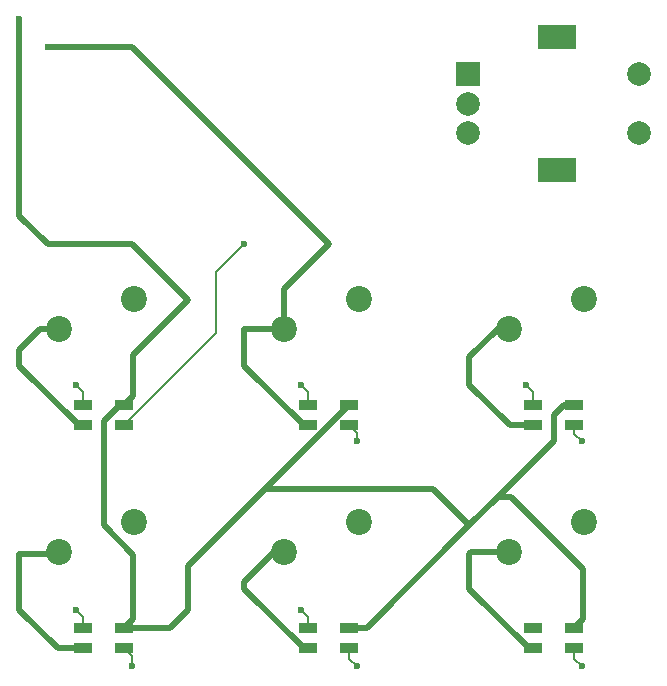
<source format=gbr>
%TF.GenerationSoftware,KiCad,Pcbnew,9.0.6*%
%TF.CreationDate,2026-01-03T09:42:58+01:00*%
%TF.ProjectId,Macropad,4d616372-6f70-4616-942e-6b696361645f,rev?*%
%TF.SameCoordinates,Original*%
%TF.FileFunction,Copper,L1,Top*%
%TF.FilePolarity,Positive*%
%FSLAX46Y46*%
G04 Gerber Fmt 4.6, Leading zero omitted, Abs format (unit mm)*
G04 Created by KiCad (PCBNEW 9.0.6) date 2026-01-03 09:42:58*
%MOMM*%
%LPD*%
G01*
G04 APERTURE LIST*
%TA.AperFunction,ComponentPad*%
%ADD10C,2.200000*%
%TD*%
%TA.AperFunction,SMDPad,CuDef*%
%ADD11R,1.600000X0.850000*%
%TD*%
%TA.AperFunction,ComponentPad*%
%ADD12R,2.000000X2.000000*%
%TD*%
%TA.AperFunction,ComponentPad*%
%ADD13C,2.000000*%
%TD*%
%TA.AperFunction,ComponentPad*%
%ADD14R,3.200000X2.000000*%
%TD*%
%TA.AperFunction,ViaPad*%
%ADD15C,0.600000*%
%TD*%
%TA.AperFunction,Conductor*%
%ADD16C,0.500000*%
%TD*%
%TA.AperFunction,Conductor*%
%ADD17C,0.200000*%
%TD*%
G04 APERTURE END LIST*
D10*
%TO.P,SW3,1,1*%
%TO.N,Net-(U1-GPIO3{slash}MOSI)*%
X178752500Y-83185000D03*
%TO.P,SW3,2,2*%
%TO.N,GND*%
X172402500Y-85725000D03*
%TD*%
D11*
%TO.P,D3,1,DOUT*%
%TO.N,Net-(D3-DOUT)*%
X174462500Y-92152500D03*
%TO.P,D3,2,VSS*%
%TO.N,GND*%
X174462500Y-93902500D03*
%TO.P,D3,3,DIN*%
%TO.N,Net-(D2-DOUT)*%
X177962500Y-93902500D03*
%TO.P,D3,4,VDD*%
%TO.N,+5V*%
X177962500Y-92152500D03*
%TD*%
D12*
%TO.P,SW7,A,A*%
%TO.N,Net-(U1-GPIO28{slash}ADC2{slash}A2)*%
X188012500Y-64175000D03*
D13*
%TO.P,SW7,B,B*%
%TO.N,Net-(U1-GPIO27{slash}ADC1{slash}A1)*%
X188012500Y-69175000D03*
%TO.P,SW7,C,C*%
%TO.N,GND*%
X188012500Y-66675000D03*
D14*
%TO.P,SW7,MP*%
%TO.N,N/C*%
X195512500Y-61075000D03*
X195512500Y-72275000D03*
D13*
%TO.P,SW7,S1,S1*%
%TO.N,GND*%
X202512500Y-69175000D03*
%TO.P,SW7,S2,S2*%
%TO.N,Net-(U1-GPIO26{slash}ADC0{slash}A0)*%
X202512500Y-64175000D03*
%TD*%
D11*
%TO.P,D4,1,DOUT*%
%TO.N,Net-(D4-DOUT)*%
X174462500Y-111043750D03*
%TO.P,D4,2,VSS*%
%TO.N,GND*%
X174462500Y-112793750D03*
%TO.P,D4,3,DIN*%
%TO.N,Net-(D3-DOUT)*%
X177962500Y-112793750D03*
%TO.P,D4,4,VDD*%
%TO.N,+5V*%
X177962500Y-111043750D03*
%TD*%
D10*
%TO.P,SW2,1,1*%
%TO.N,Net-(U1-GPIO2{slash}SCK)*%
X159702500Y-102076250D03*
%TO.P,SW2,2,2*%
%TO.N,GND*%
X153352500Y-104616250D03*
%TD*%
%TO.P,SW4,1,1*%
%TO.N,Net-(U1-GPIO4{slash}MISO)*%
X178752500Y-102076250D03*
%TO.P,SW4,2,2*%
%TO.N,GND*%
X172402500Y-104616250D03*
%TD*%
%TO.P,SW6,1,1*%
%TO.N,Net-(U1-GPIO7{slash}SCL)*%
X197802500Y-102076250D03*
%TO.P,SW6,2,2*%
%TO.N,GND*%
X191452500Y-104616250D03*
%TD*%
D11*
%TO.P,D6,1,DOUT*%
%TO.N,unconnected-(D6-DOUT-Pad1)*%
X193512500Y-111043750D03*
%TO.P,D6,2,VSS*%
%TO.N,GND*%
X193512500Y-112793750D03*
%TO.P,D6,3,DIN*%
%TO.N,Net-(D5-DOUT)*%
X197012500Y-112793750D03*
%TO.P,D6,4,VDD*%
%TO.N,+5V*%
X197012500Y-111043750D03*
%TD*%
%TO.P,D1,1,DOUT*%
%TO.N,Net-(D1-DOUT)*%
X155412500Y-92152500D03*
%TO.P,D1,2,VSS*%
%TO.N,GND*%
X155412500Y-93902500D03*
%TO.P,D1,3,DIN*%
%TO.N,Net-(D1-DIN)*%
X158912500Y-93902500D03*
%TO.P,D1,4,VDD*%
%TO.N,+5V*%
X158912500Y-92152500D03*
%TD*%
D10*
%TO.P,SW5,1,1*%
%TO.N,Net-(U1-GPIO6{slash}SDA)*%
X197802500Y-83185000D03*
%TO.P,SW5,2,2*%
%TO.N,GND*%
X191452500Y-85725000D03*
%TD*%
%TO.P,SW1,1,1*%
%TO.N,Net-(U1-GPIO1{slash}RX)*%
X159702500Y-83185000D03*
%TO.P,SW1,2,2*%
%TO.N,GND*%
X153352500Y-85725000D03*
%TD*%
D11*
%TO.P,D5,1,DOUT*%
%TO.N,Net-(D5-DOUT)*%
X193512500Y-92152500D03*
%TO.P,D5,2,VSS*%
%TO.N,GND*%
X193512500Y-93902500D03*
%TO.P,D5,3,DIN*%
%TO.N,Net-(D4-DOUT)*%
X197012500Y-93902500D03*
%TO.P,D5,4,VDD*%
%TO.N,+5V*%
X197012500Y-92152500D03*
%TD*%
%TO.P,D2,1,DOUT*%
%TO.N,Net-(D2-DOUT)*%
X155412500Y-111043750D03*
%TO.P,D2,2,VSS*%
%TO.N,GND*%
X155412500Y-112793750D03*
%TO.P,D2,3,DIN*%
%TO.N,Net-(D1-DOUT)*%
X158912500Y-112793750D03*
%TO.P,D2,4,VDD*%
%TO.N,+5V*%
X158912500Y-111043750D03*
%TD*%
D15*
%TO.N,+5V*%
X150018750Y-59531250D03*
%TO.N,Net-(D1-DIN)*%
X169068750Y-78581250D03*
%TO.N,Net-(D1-DOUT)*%
X159543750Y-114300000D03*
X154781250Y-90487500D03*
%TO.N,GND*%
X152400000Y-61912500D03*
%TO.N,Net-(D2-DOUT)*%
X178593750Y-95250000D03*
X154781250Y-109537500D03*
%TO.N,Net-(D3-DOUT)*%
X178593750Y-114300000D03*
X173831250Y-90487500D03*
%TO.N,Net-(D4-DOUT)*%
X173831250Y-109537500D03*
X197643750Y-95250000D03*
%TO.N,Net-(D5-DOUT)*%
X192881250Y-90487500D03*
X197643750Y-114300000D03*
%TD*%
D16*
%TO.N,+5V*%
X150018750Y-76200000D02*
X152400000Y-78581250D01*
X170776250Y-99338750D02*
X185063750Y-99338750D01*
X159663500Y-87986500D02*
X159663500Y-91401500D01*
X159663500Y-91401500D02*
X158912500Y-92152500D01*
X197012500Y-92152500D02*
X196138500Y-92152500D01*
X195262500Y-95250000D02*
X190500000Y-100012500D01*
X196138500Y-92152500D02*
X195262500Y-93028500D01*
X158912500Y-92152500D02*
X158537500Y-92152500D01*
X164306250Y-105808750D02*
X165340000Y-104775000D01*
X157162500Y-102393750D02*
X159663500Y-104894750D01*
X179468750Y-111043750D02*
X188118750Y-102393750D01*
X191655698Y-100012500D02*
X190500000Y-100012500D01*
X197012500Y-111043750D02*
X197763500Y-110292750D01*
X158537500Y-92152500D02*
X157162500Y-93527500D01*
X197763500Y-106120302D02*
X191655698Y-100012500D01*
X157162500Y-93527500D02*
X157162500Y-102393750D01*
X159543750Y-78581250D02*
X164306250Y-83343750D01*
X170776250Y-99338750D02*
X177962500Y-92152500D01*
X150018750Y-59531250D02*
X150018750Y-76200000D01*
X159663500Y-110292750D02*
X158912500Y-111043750D01*
X158912500Y-111043750D02*
X162800000Y-111043750D01*
X164306250Y-109537500D02*
X164306250Y-105808750D01*
X152400000Y-78581250D02*
X159543750Y-78581250D01*
X159663500Y-104894750D02*
X159663500Y-110292750D01*
X195262500Y-93028500D02*
X195262500Y-95250000D01*
X188118750Y-102393750D02*
X190500000Y-100012500D01*
X164306250Y-83343750D02*
X159663500Y-87986500D01*
X197763500Y-110292750D02*
X197763500Y-106120302D01*
X165340000Y-104775000D02*
X170776250Y-99338750D01*
X162800000Y-111043750D02*
X164306250Y-109537500D01*
X177962500Y-111043750D02*
X179468750Y-111043750D01*
X185063750Y-99338750D02*
X188118750Y-102393750D01*
D17*
%TO.N,Net-(D1-DIN)*%
X158912500Y-93902500D02*
X166687500Y-86127500D01*
X166687500Y-86127500D02*
X166687500Y-83343750D01*
X166687500Y-80962500D02*
X169068750Y-78581250D01*
X166687500Y-83343750D02*
X166687500Y-80962500D01*
%TO.N,Net-(D1-DOUT)*%
X155412500Y-92152500D02*
X155412500Y-91118750D01*
X159543750Y-114300000D02*
X159543750Y-113425000D01*
X155412500Y-91118750D02*
X154781250Y-90487500D01*
X159543750Y-113425000D02*
X158912500Y-112793750D01*
D16*
%TO.N,GND*%
X153352500Y-85725000D02*
X151796866Y-85725000D01*
X188118750Y-88106250D02*
X190500000Y-85725000D01*
X150018750Y-104775000D02*
X153193750Y-104775000D01*
X191533750Y-93902500D02*
X188118750Y-90487500D01*
X171608750Y-104616250D02*
X172402500Y-104616250D01*
X190500000Y-85725000D02*
X191452500Y-85725000D01*
X188118750Y-90487500D02*
X188118750Y-88106250D01*
X169068750Y-88883750D02*
X169068750Y-85725000D01*
X188118750Y-104775000D02*
X188277500Y-104616250D01*
X174087500Y-93902500D02*
X169068750Y-88883750D01*
X188277500Y-104616250D02*
X191452500Y-104616250D01*
X155035500Y-93902500D02*
X155412500Y-93902500D01*
X172402500Y-82391250D02*
X172402500Y-85725000D01*
X174462500Y-93902500D02*
X174087500Y-93902500D01*
X174462500Y-112793750D02*
X174085500Y-112793750D01*
X193512500Y-112793750D02*
X193137500Y-112793750D01*
X174085500Y-112793750D02*
X169068750Y-107777000D01*
X193512500Y-93902500D02*
X191533750Y-93902500D01*
X153275000Y-112793750D02*
X150018750Y-109537500D01*
X151796866Y-85725000D02*
X150018750Y-87503116D01*
X150018750Y-109537500D02*
X150018750Y-104775000D01*
X153193750Y-104775000D02*
X153352500Y-104616250D01*
X159543750Y-61912500D02*
X176212500Y-78581250D01*
X150018750Y-88885750D02*
X155035500Y-93902500D01*
X169068750Y-107156250D02*
X171608750Y-104616250D01*
X176212500Y-78581250D02*
X172402500Y-82391250D01*
X193137500Y-112793750D02*
X188118750Y-107775000D01*
X188118750Y-107775000D02*
X188118750Y-104775000D01*
X150018750Y-87503116D02*
X150018750Y-88885750D01*
X155412500Y-112793750D02*
X153275000Y-112793750D01*
X169068750Y-107777000D02*
X169068750Y-107156250D01*
X169068750Y-85725000D02*
X172402500Y-85725000D01*
X152400000Y-61912500D02*
X159543750Y-61912500D01*
D17*
%TO.N,Net-(D2-DOUT)*%
X178593750Y-95250000D02*
X178593750Y-94533750D01*
X178593750Y-94533750D02*
X177962500Y-93902500D01*
X155412500Y-111043750D02*
X155412500Y-110168750D01*
X155412500Y-110168750D02*
X154781250Y-109537500D01*
%TO.N,Net-(D3-DOUT)*%
X174462500Y-92152500D02*
X174462500Y-91118750D01*
X174462500Y-91118750D02*
X173831250Y-90487500D01*
X177962500Y-113668750D02*
X178593750Y-114300000D01*
X177962500Y-112793750D02*
X177962500Y-113668750D01*
%TO.N,Net-(D4-DOUT)*%
X174462500Y-111043750D02*
X174462500Y-110168750D01*
X197012500Y-94618750D02*
X197643750Y-95250000D01*
X174462500Y-110168750D02*
X173831250Y-109537500D01*
X197012500Y-93902500D02*
X197012500Y-94618750D01*
%TO.N,Net-(D5-DOUT)*%
X197012500Y-112793750D02*
X197012500Y-113668750D01*
X197012500Y-113668750D02*
X197643750Y-114300000D01*
X193512500Y-92152500D02*
X193512500Y-91118750D01*
X193512500Y-91118750D02*
X192881250Y-90487500D01*
%TD*%
M02*

</source>
